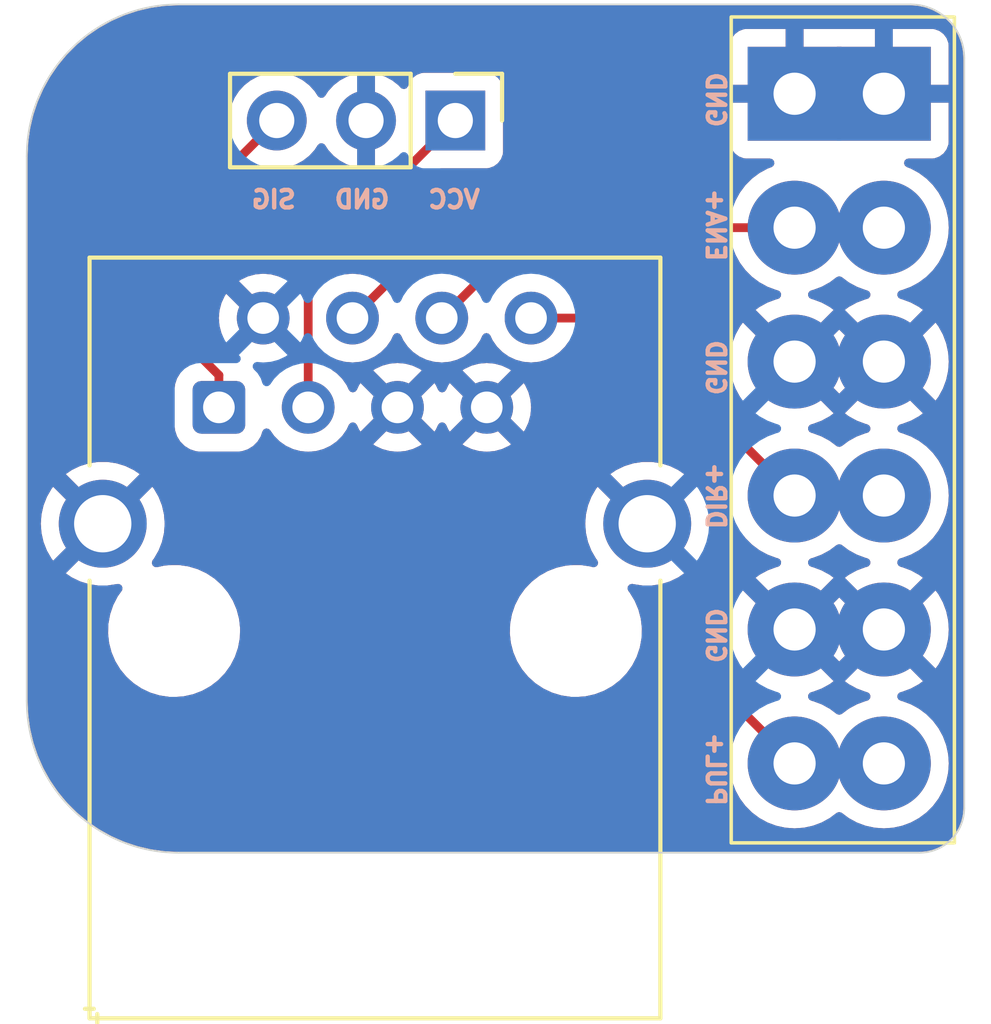
<source format=kicad_pcb>
(kicad_pcb (version 20221018) (generator pcbnew)
  (layers (0 "F.Cu" signal) (31 "B.Cu" signal) (34 "B.Paste" user) (35 "F.Paste" user) (36 "B.SilkS" user "B.Silkscreen") (37 "F.SilkS" user "F.Silkscreen") (38 "B.Mask" user) (39 "F.Mask" user) (44 "Edge.Cuts" user))
  (net 0 "")
  (net 1 "GND")
  (net 2 "/DIR+")
  (net 3 "/VCC 3.3V")
  (net 4 "/SIG")
  (net 5 "/PUL+")
  (net 6 "/ENA+")
  (footprint "Connector_PinHeader_2.54mm:PinHeader_1x03_P2.54mm_Vertical" (layer "F.Cu") (at 152.908 98.552 -90)
    (fp_text reference "J2" hide)
    (fp_text value "Conn_01x03" hide)
    (fp_line (start -1.33 -1.33) (end 0 -1.33) (stroke (width 0.12)) (layer "F.SilkS"))
    (fp_line (start -1.33 0) (end -1.33 -1.33) (stroke (width 0.12)) (layer "F.SilkS"))
    (fp_line (start -1.33 1.27) (end -1.33 6.41) (stroke (width 0.12)) (layer "F.SilkS"))
    (fp_line (start -1.33 1.27) (end 1.33 1.27) (stroke (width 0.12)) (layer "F.SilkS"))
    (fp_line (start -1.33 6.41) (end 1.33 6.41) (stroke (width 0.12)) (layer "F.SilkS"))
    (fp_line (start 1.33 1.27) (end 1.33 6.41) (stroke (width 0.12)) (layer "F.SilkS"))
    (pad "1" thru_hole rect (at 0 0 270) (size 1.7 1.7) (drill 1) (layers "*.Cu" "*.Mask") (net 3 "/VCC 3.3V"))
    (pad "2" thru_hole oval (at 0 2.54 270) (size 1.7 1.7) (drill 1) (layers "*.Cu" "*.Mask") (net 1 "GND"))
    (pad "3" thru_hole oval (at 0 5.08 270) (size 1.7 1.7) (drill 1) (layers "*.Cu" "*.Mask") (net 4 "/SIG"))
  )
  (footprint "Clockdiv-KiCad:RJ45_Conrad_1586526" (layer "F.Cu") (at 144.912 113.0615)
    (fp_text reference "J3" hide)
    (fp_text value "RJ45_Shielded")
    (fp_line (start -2.41 -10.61) (end -2.41 -4.7) (stroke (width 0.12)) (layer "F.SilkS"))
    (fp_line (start -2.41 -10.61) (end 13.83 -10.61) (stroke (width 0.12)) (layer "F.SilkS"))
    (fp_line (start -2.41 -1.42) (end -2.41 11.03) (stroke (width 0.12)) (layer "F.SilkS"))
    (fp_line (start -2.29 10.76) (end -2.54 10.76) (stroke (width 0.12)) (layer "F.SilkS"))
    (fp_line (start -2.19 10.91) (end -2.19 11.16) (stroke (width 0.12)) (layer "F.SilkS"))
    (fp_line (start 13.83 -10.61) (end 13.83 -4.7) (stroke (width 0.12)) (layer "F.SilkS"))
    (fp_line (start 13.83 -1.42) (end 13.83 11.03) (stroke (width 0.12)) (layer "F.SilkS"))
    (fp_line (start 13.83 11.03) (end -2.41 11.03) (stroke (width 0.12)) (layer "F.SilkS"))
    (pad "" np_thru_hole circle (at -0.005 0.01) (size 3.25 3.25) (drill 3.25) (layers "*.Cu" "*.Mask"))
    (pad "" np_thru_hole circle (at 11.425 0.01) (size 3.25 3.25) (drill 3.25) (layers "*.Cu" "*.Mask"))
    (pad "1" thru_hole roundrect (at 1.27 -6.35) (size 1.5 1.5) (drill 0.9) (layers "*.Cu" "*.Mask") (roundrect_rratio 0.167) (net 4 "/SIG"))
    (pad "2" thru_hole circle (at 2.53 -8.89) (size 1.5 1.5) (drill 0.9) (layers "*.Cu" "*.Mask") (net 1 "GND"))
    (pad "3" thru_hole circle (at 3.81 -6.35) (size 1.5 1.5) (drill 0.9) (layers "*.Cu" "*.Mask") (net 3 "/VCC 3.3V"))
    (pad "4" thru_hole circle (at 5.07 -8.89) (size 1.5 1.5) (drill 0.9) (layers "*.Cu" "*.Mask") (net 6 "/ENA+"))
    (pad "5" thru_hole circle (at 6.35 -6.35) (size 1.5 1.5) (drill 0.9) (layers "*.Cu" "*.Mask") (net 1 "GND"))
    (pad "6" thru_hole circle (at 7.61 -8.89 90) (size 1.5 1.5) (drill 0.9) (layers "*.Cu" "*.Mask") (net 2 "/DIR+"))
    (pad "7" thru_hole circle (at 8.89 -6.35) (size 1.5 1.5) (drill 0.9) (layers "*.Cu" "*.Mask") (net 1 "GND"))
    (pad "8" thru_hole circle (at 10.15 -8.89) (size 1.5 1.5) (drill 0.9) (layers "*.Cu" "*.Mask") (net 5 "/PUL+"))
    (pad "SH" thru_hole circle (at -2.035 -3.04) (size 2.5 2.5) (drill 1.63) (layers "*.Cu" "*.Mask") (net 1 "GND"))
    (pad "SH" thru_hole circle (at 13.455 -3.04) (size 2.5 2.5) (drill 1.63) (layers "*.Cu" "*.Mask") (net 1 "GND"))
  )
  (footprint "Clockdiv-KiCad:Terminalblock_1x6_3.81mm" (layer "F.Cu") (at 165.1 97.79 -90)
    (fp_text reference "J6" hide)
    (fp_text value "Conn_01x06" hide)
    (fp_rect (start -2.1844 -2.0066) (end 21.3106 4.3434) (stroke (width 0.1)) (fill none) (layer "F.SilkS"))
    (pad "1" thru_hole rect (at 0 0 270) (size 2.67 2.67) (drill 1.2) (layers "*.Cu" "*.Mask") (net 1 "GND"))
    (pad "1" thru_hole rect (at 0 2.54 270) (size 2.67 2.67) (drill 1.2) (layers "*.Cu" "*.Mask") (net 1 "GND"))
    (pad "2" thru_hole circle (at 3.81 0 270) (size 2.67 2.67) (drill 1.2) (layers "*.Cu" "*.Mask") (net 6 "/ENA+"))
    (pad "2" thru_hole circle (at 3.81 2.54 270) (size 2.67 2.67) (drill 1.2) (layers "*.Cu" "*.Mask") (net 6 "/ENA+"))
    (pad "3" thru_hole circle (at 7.62 0 270) (size 2.67 2.67) (drill 1.2) (layers "*.Cu" "*.Mask") (net 1 "GND"))
    (pad "3" thru_hole circle (at 7.62 2.54 270) (size 2.67 2.67) (drill 1.2) (layers "*.Cu" "*.Mask") (net 1 "GND"))
    (pad "4" thru_hole circle (at 11.43 0 270) (size 2.67 2.67) (drill 1.2) (layers "*.Cu" "*.Mask") (net 2 "/DIR+"))
    (pad "4" thru_hole circle (at 11.43 2.54 270) (size 2.67 2.67) (drill 1.2) (layers "*.Cu" "*.Mask") (net 2 "/DIR+"))
    (pad "5" thru_hole circle (at 15.24 0 270) (size 2.67 2.67) (drill 1.2) (layers "*.Cu" "*.Mask") (net 1 "GND"))
    (pad "5" thru_hole circle (at 15.24 2.54 270) (size 2.67 2.67) (drill 1.2) (layers "*.Cu" "*.Mask") (net 1 "GND"))
    (pad "6" thru_hole circle (at 19.05 0 270) (size 2.67 2.67) (drill 1.2) (layers "*.Cu" "*.Mask") (net 5 "/PUL+"))
    (pad "6" thru_hole circle (at 19.05 2.54 270) (size 2.67 2.67) (drill 1.2) (layers "*.Cu" "*.Mask") (net 5 "/PUL+"))
  )
  (footprint "LOGO" (layer "B.Cu") (at 150.114 114.554 180)
    (fp_text reference "G***" hide)
    (fp_text value "LOGO" hide)
  )
  (gr_line (start 167.386 96.774) (end 167.386 118.11) (stroke (width 0.05)) (layer "Edge.Cuts"))
  (gr_line (start 140.716 115.062) (end 140.716 99.568) (stroke (width 0.05)) (layer "Edge.Cuts"))
  (gr_line (start 166.116 119.38) (end 145.034 119.38) (stroke (width 0.05)) (layer "Edge.Cuts"))
  (gr_arc (start 167.386 118.11) (mid 167.014026 119.008026) (end 166.116 119.38) (stroke (width 0.05)) (layer "Edge.Cuts"))
  (gr_line (start 165.862 95.25) (end 145.034 95.25) (stroke (width 0.05)) (layer "Edge.Cuts"))
  (gr_arc (start 145.034 119.38) (mid 141.980713 118.115287) (end 140.716 115.062) (stroke (width 0.05)) (layer "Edge.Cuts"))
  (gr_arc (start 165.862 95.25) (mid 166.939631 95.696369) (end 167.386 96.774) (stroke (width 0.05)) (layer "Edge.Cuts"))
  (gr_arc (start 140.716 99.568) (mid 141.980713 96.514713) (end 145.034 95.25) (stroke (width 0.05)) (layer "Edge.Cuts"))
  (gr_text "GND" (at 160.02 114.046 -90) (layer "B.SilkS") (effects (font (size 0.5 0.5) (thickness 0.125)) (justify left bottom mirror)))
  (gr_text "DIR+" (at 160.02 110.236 -90) (layer "B.SilkS") (effects (font (size 0.5 0.5) (thickness 0.125)) (justify left bottom mirror)))
  (gr_text "ENA+" (at 160.02 102.616 -90) (layer "B.SilkS") (effects (font (size 0.5 0.5) (thickness 0.125)) (justify left bottom mirror)))
  (gr_text "GND" (at 160.02 106.426 -90) (layer "B.SilkS") (effects (font (size 0.5 0.5) (thickness 0.125)) (justify left bottom mirror)))
  (gr_text "VCC   GND   SIG" (at 153.67 101.092) (layer "B.SilkS") (effects (font (size 0.5 0.5) (thickness 0.125) bold) (justify left bottom mirror)))
  (gr_text "PUL+" (at 160.02 118.11 -90) (layer "B.SilkS") (effects (font (size 0.5 0.5) (thickness 0.125)) (justify left bottom mirror)))
  (gr_text "GND" (at 160.02 98.806 -90) (layer "B.SilkS") (effects (font (size 0.5 0.5) (thickness 0.125)) (justify left bottom mirror)))
  (segment (start 155.956 102.616) (end 154.0775 102.616) (width 0.25) (layer "F.Cu") (net 2))
  (segment (start 162.56 109.22) (end 155.956 102.616) (width 0.25) (layer "F.Cu") (net 2))
  (segment (start 154.0775 102.616) (end 152.522 104.1715) (width 0.25) (layer "F.Cu") (net 2))
  (segment (start 148.722 102.738) (end 148.722 106.7115) (width 0.25) (layer "F.Cu") (net 3))
  (segment (start 152.908 98.552) (end 148.722 102.738) (width 0.25) (layer "F.Cu") (net 3))
  (segment (start 145.288 104.902) (end 146.182 105.796) (width 0.25) (layer "F.Cu") (net 4))
  (segment (start 147.828 98.552) (end 145.288 101.092) (width 0.25) (layer "F.Cu") (net 4))
  (segment (start 145.288 101.092) (end 145.288 104.902) (width 0.25) (layer "F.Cu") (net 4))
  (segment (start 146.182 105.796) (end 146.182 106.7115) (width 0.25) (layer "F.Cu") (net 4))
  (segment (start 162.56 116.441887) (end 162.56 116.84) (width 0.25) (layer "F.Cu") (net 5))
  (segment (start 160.274 114.554) (end 162.56 116.84) (width 0.25) (layer "F.Cu") (net 5))
  (segment (start 155.062 104.1715) (end 156.4325 104.1715) (width 0.25) (layer "F.Cu") (net 5))
  (segment (start 156.464 104.14) (end 160.274 107.95) (width 0.25) (layer "F.Cu") (net 5))
  (segment (start 156.4325 104.1715) (end 156.464 104.14) (width 0.25) (layer "F.Cu") (net 5))
  (segment locked (start 160.274 107.95) (end 160.274 114.554) (width 0.25) (layer "F.Cu") (net 5))
  (segment (start 149.982 104.1715) (end 152.5535 101.6) (width 0.25) (layer "F.Cu") (net 6))
  (segment (start 152.5535 101.6) (end 162.56 101.6) (width 0.25) (layer "F.Cu") (net 6))
  (zone (net 1) (net_name "GND") (layer "F.Cu") (connect_pads (clearance 0.508)) (min_thickness 0.254) (fill yes (thermal_gap 0.508) (thermal_bridge_width 0.508))
    (polygon (pts (xy 168.148 119.888) (xy 139.954 119.888) (xy 139.954 95.123) (xy 168.148 95.123)))
  )
  (zone (net 1) (net_name "GND") (layer "B.Cu") (connect_pads (clearance 0.508)) (min_thickness 0.254) (fill yes (thermal_gap 0.508) (thermal_bridge_width 0.508))
    (polygon (pts (xy 168.148 119.888) (xy 139.954 119.888) (xy 139.954 95.123) (xy 168.148 95.123)))
  )
)
</source>
